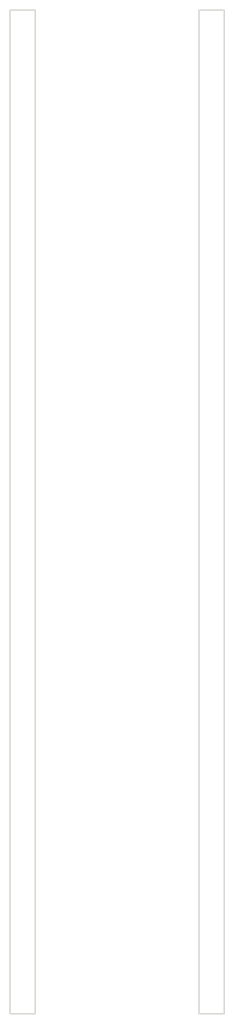
<source format=kicad_pcb>
(kicad_pcb (version 20241229) (generator "pcbnew") (generator_version "9.0")
  (title_block (title "Board 2x32 W15.24mm") (date "2025-09-29") (rev "V1"))
  (layers (0 "F.Cu" signal) (2 "B.Cu" signal) (13 "F.Paste" user) (15 "B.Paste" user) (5 "F.SilkS" user "F.Silkscreen") (7 "B.SilkS" user "B.Silkscreen") (1 "F.Mask" user) (3 "B.Mask" user) (25 "Edge.Cuts" user))
  (net 0 "")
  (footprint "SamacSys_Parts:PinHeader_1x32_P2.54mm_Vertical" (layer "B.Cu") (at 15.24 0 180)
    (property "Reference" "J3" (hide yes))
    (property "Value" "Pin_Header_01x32")
  )
  (footprint "SamacSys_Parts:PinHeader_1x32_P2.54mm_Vertical" (layer "B.Cu") (at 0 0 180)
    (property "Reference" "J2" (hide yes))
    (property "Value" "Pin_Header_01x32")
  )
  (gr_line (start -1.016 79.756) (end -1.016 -1.016) (stroke (width 0.1)) (layer "Edge.Cuts"))
  (gr_line (start -1.016 -1.016) (end 1.016 -1.016) (stroke (width 0.1)) (layer "Edge.Cuts"))
  (gr_line (start 16.256 79.756) (end 14.224 79.756) (stroke (width 0.1)) (layer "Edge.Cuts"))
  (gr_line (start 14.224 -1.016) (end 16.256 -1.016) (stroke (width 0.1)) (layer "Edge.Cuts"))
  (gr_line (start 1.016 79.756) (end -1.016 79.756) (stroke (width 0.1)) (layer "Edge.Cuts"))
  (gr_line (start 1.016 -1.016) (end 1.016 79.756) (stroke (width 0.1)) (layer "Edge.Cuts"))
  (gr_line (start 14.224 79.756) (end 14.224 -1.016) (stroke (width 0.1)) (layer "Edge.Cuts"))
  (gr_line (start 16.256 -1.016) (end 16.256 79.756) (stroke (width 0.1)) (layer "Edge.Cuts"))
)
</source>
